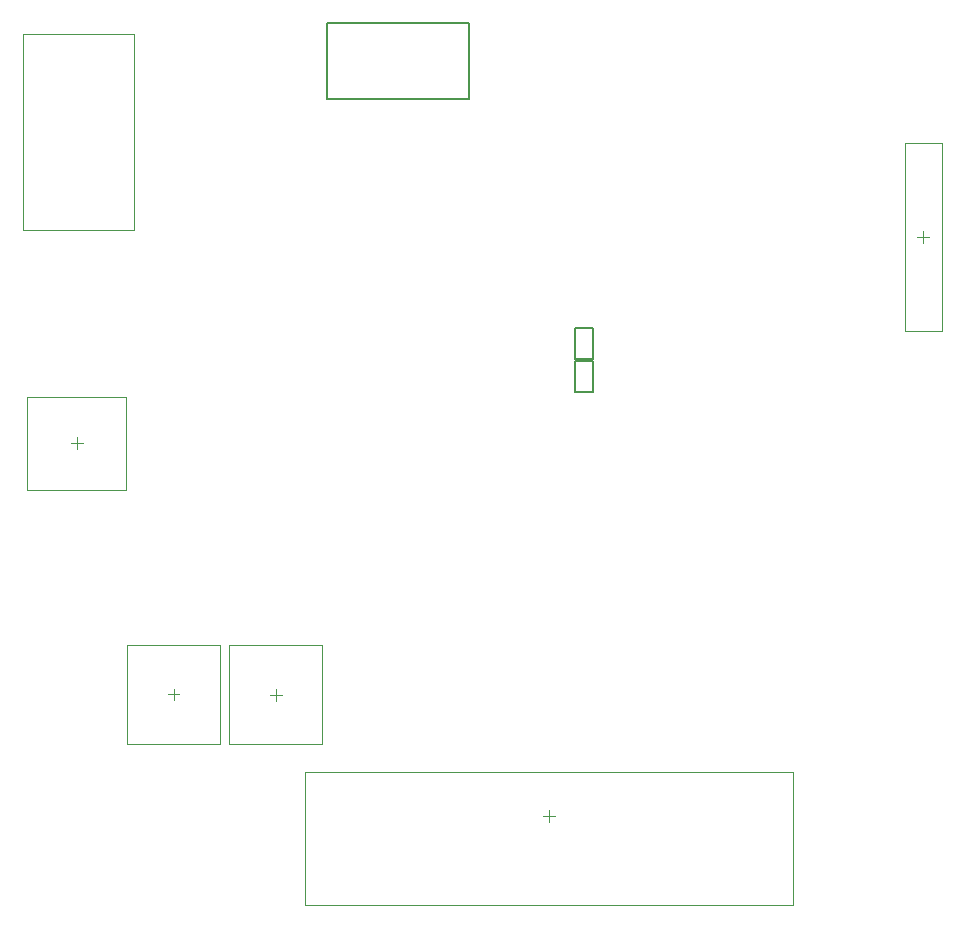
<source format=gbr>
%TF.GenerationSoftware,Altium Limited,Altium Designer,24.7.2 (38)*%
G04 Layer_Color=32896*
%FSLAX45Y45*%
%MOMM*%
%TF.SameCoordinates,313A2AA4-CFAA-4B56-AAC7-ADE98D6BBF51*%
%TF.FilePolarity,Positive*%
%TF.FileFunction,Other,Top_Courtyard*%
%TF.Part,Single*%
G01*
G75*
%TA.AperFunction,NonConductor*%
%ADD62C,0.20000*%
%ADD99C,0.05000*%
D62*
X4720000Y3541893D02*
X4875000D01*
Y3803106D01*
X4720000D02*
X4875000D01*
X4720000Y3541893D02*
Y3803106D01*
X4875000Y3821894D02*
Y4083107D01*
X4720000Y3821894D02*
X4875000D01*
X4720000D02*
Y4083107D01*
X4875000D01*
X2616500Y6020000D02*
X3821500D01*
X2616500D02*
Y6665000D01*
X3821500D01*
Y6020000D02*
Y6665000D01*
D99*
X7667500Y4808000D02*
Y4908000D01*
X7617500Y4858000D02*
X7717500D01*
X7513000Y5655000D02*
X7822000D01*
X7513000Y4061000D02*
Y5655000D01*
Y4061000D02*
X7822000D01*
Y5655000D01*
X47499Y6572526D02*
X987499D01*
X47499Y4912526D02*
Y6572526D01*
Y4912526D02*
X987499D01*
Y6572526D01*
X80000Y3505000D02*
X920000D01*
Y2715000D02*
Y3505000D01*
X80000Y2715000D02*
X920000D01*
X80000D02*
Y3505000D01*
X500000Y3060000D02*
Y3160000D01*
X450000Y3110000D02*
X550000D01*
X925000Y562500D02*
Y1402500D01*
X1715000D01*
Y562500D02*
Y1402500D01*
X925000Y562500D02*
X1715000D01*
X1270000Y982500D02*
X1370000D01*
X1320000Y932500D02*
Y1032500D01*
X1790000Y560000D02*
Y1400000D01*
X2580000D01*
Y560000D02*
Y1400000D01*
X1790000Y560000D02*
X2580000D01*
X2135000Y980000D02*
X2235000D01*
X2185000Y930000D02*
Y1030000D01*
X2433000Y329500D02*
X6567000D01*
Y-797000D02*
Y329500D01*
X2433000Y-797000D02*
X6567000D01*
X2433000D02*
Y329500D01*
X4500000Y-100000D02*
Y0D01*
X4450000Y-50000D02*
X4550000D01*
%TF.MD5,14bee533f153df86ca6d3c411f361e6f*%
M02*

</source>
